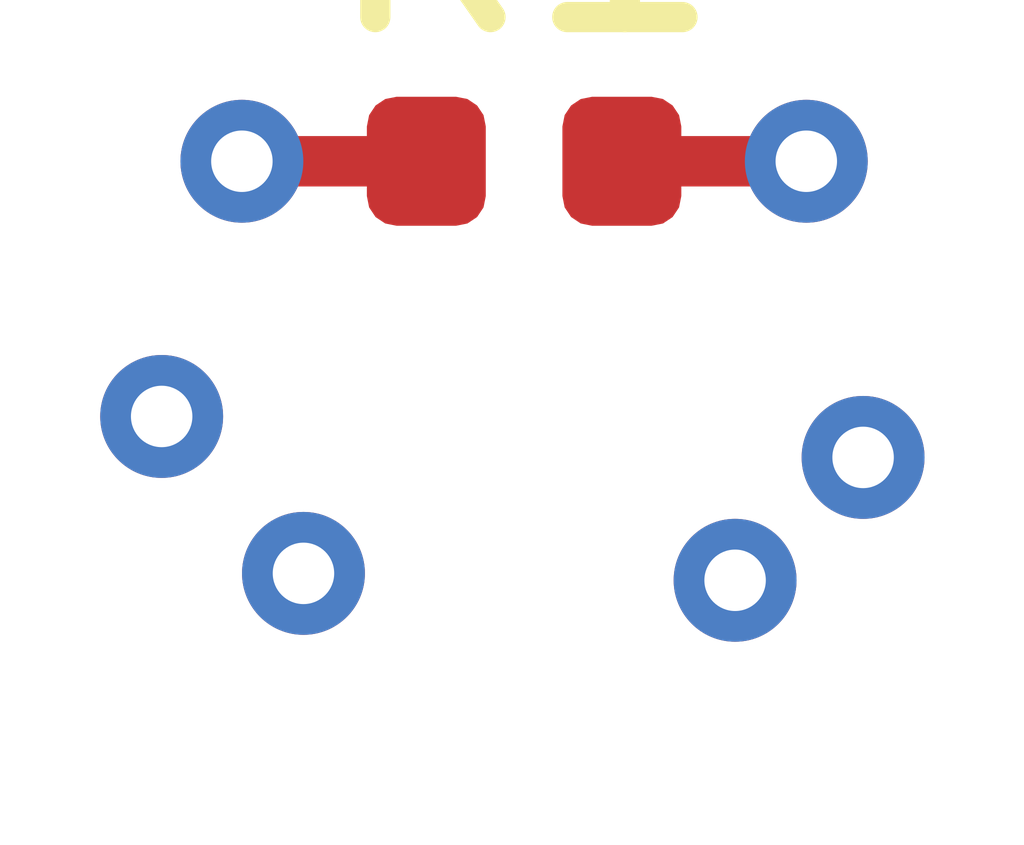
<source format=kicad_pcb>
(kicad_pcb (version 20171130) (host pcbnew "(5.1.4)-1")

  (general
    (thickness 1.6)
    (drawings 0)
    (tracks 8)
    (zones 0)
    (modules 1)
    (nets 3)
  )

  (page A4)
  (title_block
    (title "Demo Project showing SameNetSpacing problem caused by KiCads filling algorithm")
    (date 2019-10-07)
    (rev 0.1)
  )

  (layers
    (0 F.Cu signal hide)
    (1 In1.Cu power hide)
    (2 In2.Cu power)
    (31 B.Cu signal hide)
    (32 B.Adhes user hide)
    (33 F.Adhes user hide)
    (34 B.Paste user hide)
    (35 F.Paste user hide)
    (36 B.SilkS user hide)
    (37 F.SilkS user hide)
    (38 B.Mask user hide)
    (39 F.Mask user hide)
    (40 Dwgs.User user hide)
    (41 Cmts.User user)
    (42 Eco1.User user)
    (43 Eco2.User user hide)
    (44 Edge.Cuts user)
    (45 Margin user)
    (46 B.CrtYd user)
    (47 F.CrtYd user hide)
    (48 B.Fab user)
    (49 F.Fab user hide)
  )

  (setup
    (last_trace_width 0.25)
    (user_trace_width 0.1524)
    (user_trace_width 0.2032)
    (user_trace_width 0.254)
    (user_trace_width 0.3048)
    (user_trace_width 0.4064)
    (user_trace_width 0.508)
    (user_trace_width 0.6096)
    (user_trace_width 0.762)
    (user_trace_width 1.016)
    (user_trace_width 6.000001)
    (trace_clearance 0.1524)
    (zone_clearance 0.1524)
    (zone_45_only no)
    (trace_min 0)
    (via_size 0.6)
    (via_drill 0.4)
    (via_min_size 0.4)
    (via_min_drill 0.3)
    (user_via 0.6096 0.3048)
    (uvia_size 0.3)
    (uvia_drill 0.1)
    (uvias_allowed no)
    (uvia_min_size 0.2)
    (uvia_min_drill 0.1)
    (edge_width 0.1)
    (segment_width 0.1)
    (pcb_text_width 0.3)
    (pcb_text_size 1.5 1.5)
    (mod_edge_width 0.15)
    (mod_text_size 0.7 0.7)
    (mod_text_width 0.15)
    (pad_size 0.875 0.95)
    (pad_drill 0)
    (pad_to_mask_clearance 0.05)
    (solder_mask_min_width 0.15)
    (aux_axis_origin 148.5 105)
    (visible_elements 7FFFFFFF)
    (pcbplotparams
      (layerselection 0x010fc_ffffffff)
      (usegerberextensions false)
      (usegerberattributes false)
      (usegerberadvancedattributes false)
      (creategerberjobfile false)
      (excludeedgelayer true)
      (linewidth 0.100000)
      (plotframeref false)
      (viasonmask false)
      (mode 1)
      (useauxorigin false)
      (hpglpennumber 1)
      (hpglpenspeed 20)
      (hpglpendiameter 15.000000)
      (psnegative false)
      (psa4output false)
      (plotreference true)
      (plotvalue true)
      (plotinvisibletext false)
      (padsonsilk false)
      (subtractmaskfromsilk false)
      (outputformat 1)
      (mirror false)
      (drillshape 0)
      (scaleselection 1)
      (outputdirectory "gerber/"))
  )

  (net 0 "")
  (net 1 GND)
  (net 2 VDD3V3)

  (net_class Default "Dies ist die voreingestellte Netzklasse."
    (clearance 0.1524)
    (trace_width 0.25)
    (via_dia 0.6)
    (via_drill 0.4)
    (uvia_dia 0.3)
    (uvia_drill 0.1)
    (add_net GND)
    (add_net VDD3V3)
  )

  (module Resistor_SMD:R_0402_1005Metric (layer F.Cu) (tedit 5B301BBD) (tstamp 5D9BBF4C)
    (at 139 127.4)
    (descr "Resistor SMD 0402 (1005 Metric), square (rectangular) end terminal, IPC_7351 nominal, (Body size source: http://www.tortai-tech.com/upload/download/2011102023233369053.pdf), generated with kicad-footprint-generator")
    (tags resistor)
    (attr smd)
    (fp_text reference R1 (at 0 -1.17) (layer F.SilkS)
      (effects (font (size 1 1) (thickness 0.15)))
    )
    (fp_text value R_0402_1005Metric (at 0 1.17) (layer F.Fab)
      (effects (font (size 1 1) (thickness 0.15)))
    )
    (fp_text user 1M (at 0 0) (layer F.Fab)
      (effects (font (size 0.25 0.25) (thickness 0.04)))
    )
    (fp_line (start 0.93 0.47) (end -0.93 0.47) (layer F.CrtYd) (width 0.05))
    (fp_line (start 0.93 -0.47) (end 0.93 0.47) (layer F.CrtYd) (width 0.05))
    (fp_line (start -0.93 -0.47) (end 0.93 -0.47) (layer F.CrtYd) (width 0.05))
    (fp_line (start -0.93 0.47) (end -0.93 -0.47) (layer F.CrtYd) (width 0.05))
    (fp_line (start 0.5 0.25) (end -0.5 0.25) (layer F.Fab) (width 0.1))
    (fp_line (start 0.5 -0.25) (end 0.5 0.25) (layer F.Fab) (width 0.1))
    (fp_line (start -0.5 -0.25) (end 0.5 -0.25) (layer F.Fab) (width 0.1))
    (fp_line (start -0.5 0.25) (end -0.5 -0.25) (layer F.Fab) (width 0.1))
    (pad 2 smd roundrect (at 0.485 0) (size 0.59 0.64) (layers F.Cu F.Paste F.Mask) (roundrect_rratio 0.25)
      (net 1 GND) (zone_connect 2))
    (pad 1 smd roundrect (at -0.485 0) (size 0.59 0.64) (layers F.Cu F.Paste F.Mask) (roundrect_rratio 0.25)
      (net 2 VDD3V3) (zone_connect 2))
    (model ${KISYS3DMOD}/Resistor_SMD.3dshapes/R_0402_1005Metric.wrl
      (at (xyz 0 0 0))
      (scale (xyz 1 1 1))
      (rotate (xyz 0 0 0))
    )
  )

  (via (at 140.4 127.4) (size 0.6096) (drill 0.3048) (layers F.Cu B.Cu) (net 1))
  (via (at 140.681801 128.8692) (size 0.6096) (drill 0.3048) (layers F.Cu B.Cu) (net 1))
  (via (at 140.046801 129.4788) (size 0.6096) (drill 0.3048) (layers F.Cu B.Cu) (net 1))
  (via (at 137.905501 129.4445) (size 0.6096) (drill 0.3048) (layers F.Cu B.Cu) (net 1))
  (via (at 137.202001 128.666) (size 0.6096) (drill 0.3048) (layers F.Cu B.Cu) (net 1))
  (segment (start 139.485 127.4) (end 140.4 127.4) (width 0.25) (layer F.Cu) (net 1))
  (via (at 137.6 127.4) (size 0.6096) (drill 0.3048) (layers F.Cu B.Cu) (net 2))
  (segment (start 138.515 127.4) (end 137.6 127.4) (width 0.25) (layer F.Cu) (net 2))

  (zone (net 2) (net_name VDD3V3) (layer In2.Cu) (tstamp 5D9BBEC6) (hatch edge 0.508)
    (connect_pads (clearance 0.1524))
    (min_thickness 0.1524)
    (fill yes (arc_segments 32) (thermal_gap 0.1524) (thermal_bridge_width 1.27))
    (polygon
      (pts
        (xy 136.4 126.6) (xy 136.4 130.8) (xy 141.5 130.8) (xy 141.5 126.6)
      )
    )
    (filled_polygon
      (pts
        (xy 141.4238 130.7238) (xy 136.4762 130.7238) (xy 136.4762 128.613465) (xy 136.668601 128.613465) (xy 136.668601 128.718535)
        (xy 136.689099 128.821587) (xy 136.729308 128.91866) (xy 136.787682 129.006023) (xy 136.861978 129.080319) (xy 136.949341 129.138693)
        (xy 137.046414 129.178902) (xy 137.149466 129.1994) (xy 137.254536 129.1994) (xy 137.357588 129.178902) (xy 137.454661 129.138693)
        (xy 137.479336 129.122206) (xy 137.432808 129.19184) (xy 137.392599 129.288913) (xy 137.372101 129.391965) (xy 137.372101 129.497035)
        (xy 137.392599 129.600087) (xy 137.432808 129.69716) (xy 137.491182 129.784523) (xy 137.565478 129.858819) (xy 137.652841 129.917193)
        (xy 137.749914 129.957402) (xy 137.852966 129.9779) (xy 137.958036 129.9779) (xy 138.061088 129.957402) (xy 138.158161 129.917193)
        (xy 138.245524 129.858819) (xy 138.31982 129.784523) (xy 138.378194 129.69716) (xy 138.418403 129.600087) (xy 138.438901 129.497035)
        (xy 138.438901 129.426265) (xy 139.513401 129.426265) (xy 139.513401 129.531335) (xy 139.533899 129.634387) (xy 139.574108 129.73146)
        (xy 139.632482 129.818823) (xy 139.706778 129.893119) (xy 139.794141 129.951493) (xy 139.891214 129.991702) (xy 139.994266 130.0122)
        (xy 140.099336 130.0122) (xy 140.202388 129.991702) (xy 140.299461 129.951493) (xy 140.386824 129.893119) (xy 140.46112 129.818823)
        (xy 140.519494 129.73146) (xy 140.559703 129.634387) (xy 140.580201 129.531335) (xy 140.580201 129.426265) (xy 140.573279 129.391464)
        (xy 140.629266 129.4026) (xy 140.734336 129.4026) (xy 140.837388 129.382102) (xy 140.934461 129.341893) (xy 141.021824 129.283519)
        (xy 141.09612 129.209223) (xy 141.154494 129.12186) (xy 141.194703 129.024787) (xy 141.215201 128.921735) (xy 141.215201 128.816665)
        (xy 141.194703 128.713613) (xy 141.154494 128.61654) (xy 141.09612 128.529177) (xy 141.021824 128.454881) (xy 140.934461 128.396507)
        (xy 140.837388 128.356298) (xy 140.734336 128.3358) (xy 140.629266 128.3358) (xy 140.526214 128.356298) (xy 140.429141 128.396507)
        (xy 140.341778 128.454881) (xy 140.267482 128.529177) (xy 140.209108 128.61654) (xy 140.168899 128.713613) (xy 140.148401 128.816665)
        (xy 140.148401 128.921735) (xy 140.155323 128.956536) (xy 140.099336 128.9454) (xy 139.994266 128.9454) (xy 139.891214 128.965898)
        (xy 139.794141 129.006107) (xy 139.706778 129.064481) (xy 139.632482 129.138777) (xy 139.574108 129.22614) (xy 139.533899 129.323213)
        (xy 139.513401 129.426265) (xy 138.438901 129.426265) (xy 138.438901 129.391965) (xy 138.418403 129.288913) (xy 138.378194 129.19184)
        (xy 138.31982 129.104477) (xy 138.245524 129.030181) (xy 138.158161 128.971807) (xy 138.061088 128.931598) (xy 137.958036 128.9111)
        (xy 137.852966 128.9111) (xy 137.749914 128.931598) (xy 137.652841 128.971807) (xy 137.628166 128.988294) (xy 137.674694 128.91866)
        (xy 137.714903 128.821587) (xy 137.735401 128.718535) (xy 137.735401 128.613465) (xy 137.714903 128.510413) (xy 137.674694 128.41334)
        (xy 137.61632 128.325977) (xy 137.542024 128.251681) (xy 137.454661 128.193307) (xy 137.357588 128.153098) (xy 137.254536 128.1326)
        (xy 137.149466 128.1326) (xy 137.046414 128.153098) (xy 136.949341 128.193307) (xy 136.861978 128.251681) (xy 136.787682 128.325977)
        (xy 136.729308 128.41334) (xy 136.689099 128.510413) (xy 136.668601 128.613465) (xy 136.4762 128.613465) (xy 136.4762 127.347465)
        (xy 139.8666 127.347465) (xy 139.8666 127.452535) (xy 139.887098 127.555587) (xy 139.927307 127.65266) (xy 139.985681 127.740023)
        (xy 140.059977 127.814319) (xy 140.14734 127.872693) (xy 140.244413 127.912902) (xy 140.347465 127.9334) (xy 140.452535 127.9334)
        (xy 140.555587 127.912902) (xy 140.65266 127.872693) (xy 140.740023 127.814319) (xy 140.814319 127.740023) (xy 140.872693 127.65266)
        (xy 140.912902 127.555587) (xy 140.9334 127.452535) (xy 140.9334 127.347465) (xy 140.912902 127.244413) (xy 140.872693 127.14734)
        (xy 140.814319 127.059977) (xy 140.740023 126.985681) (xy 140.65266 126.927307) (xy 140.555587 126.887098) (xy 140.452535 126.8666)
        (xy 140.347465 126.8666) (xy 140.244413 126.887098) (xy 140.14734 126.927307) (xy 140.059977 126.985681) (xy 139.985681 127.059977)
        (xy 139.927307 127.14734) (xy 139.887098 127.244413) (xy 139.8666 127.347465) (xy 136.4762 127.347465) (xy 136.4762 126.6762)
        (xy 141.4238 126.6762)
      )
    )
  )
  (zone (net 1) (net_name GND) (layer In1.Cu) (tstamp 5D9BBE87) (hatch edge 0.508)
    (connect_pads (clearance 0.1524))
    (min_thickness 0.1524)
    (fill yes (arc_segments 32) (thermal_gap 0.1524) (thermal_bridge_width 1.27))
    (polygon
      (pts
        (xy 136.4 126.6) (xy 136.4 130.8) (xy 141.5 130.8) (xy 141.5 126.6)
      )
    )
    (filled_polygon
      (pts
        (xy 141.4238 130.7238) (xy 136.4762 130.7238) (xy 136.4762 127.347465) (xy 137.0666 127.347465) (xy 137.0666 127.452535)
        (xy 137.087098 127.555587) (xy 137.127307 127.65266) (xy 137.185681 127.740023) (xy 137.259977 127.814319) (xy 137.34734 127.872693)
        (xy 137.444413 127.912902) (xy 137.547465 127.9334) (xy 137.652535 127.9334) (xy 137.755587 127.912902) (xy 137.85266 127.872693)
        (xy 137.940023 127.814319) (xy 138.014319 127.740023) (xy 138.072693 127.65266) (xy 138.112902 127.555587) (xy 138.1334 127.452535)
        (xy 138.1334 127.347465) (xy 138.112902 127.244413) (xy 138.072693 127.14734) (xy 138.014319 127.059977) (xy 137.940023 126.985681)
        (xy 137.85266 126.927307) (xy 137.755587 126.887098) (xy 137.652535 126.8666) (xy 137.547465 126.8666) (xy 137.444413 126.887098)
        (xy 137.34734 126.927307) (xy 137.259977 126.985681) (xy 137.185681 127.059977) (xy 137.127307 127.14734) (xy 137.087098 127.244413)
        (xy 137.0666 127.347465) (xy 136.4762 127.347465) (xy 136.4762 126.6762) (xy 141.4238 126.6762)
      )
    )
  )
)

</source>
